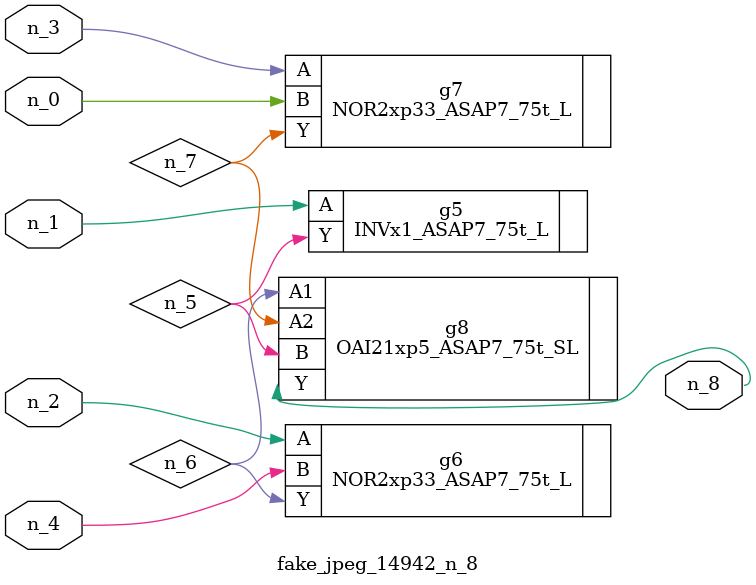
<source format=v>
module fake_jpeg_14942_n_8 (n_3, n_2, n_1, n_0, n_4, n_8);

input n_3;
input n_2;
input n_1;
input n_0;
input n_4;

output n_8;

wire n_6;
wire n_5;
wire n_7;

INVx1_ASAP7_75t_L g5 ( 
.A(n_1),
.Y(n_5)
);

NOR2xp33_ASAP7_75t_L g6 ( 
.A(n_2),
.B(n_4),
.Y(n_6)
);

NOR2xp33_ASAP7_75t_L g7 ( 
.A(n_3),
.B(n_0),
.Y(n_7)
);

OAI21xp5_ASAP7_75t_SL g8 ( 
.A1(n_6),
.A2(n_7),
.B(n_5),
.Y(n_8)
);


endmodule
</source>
